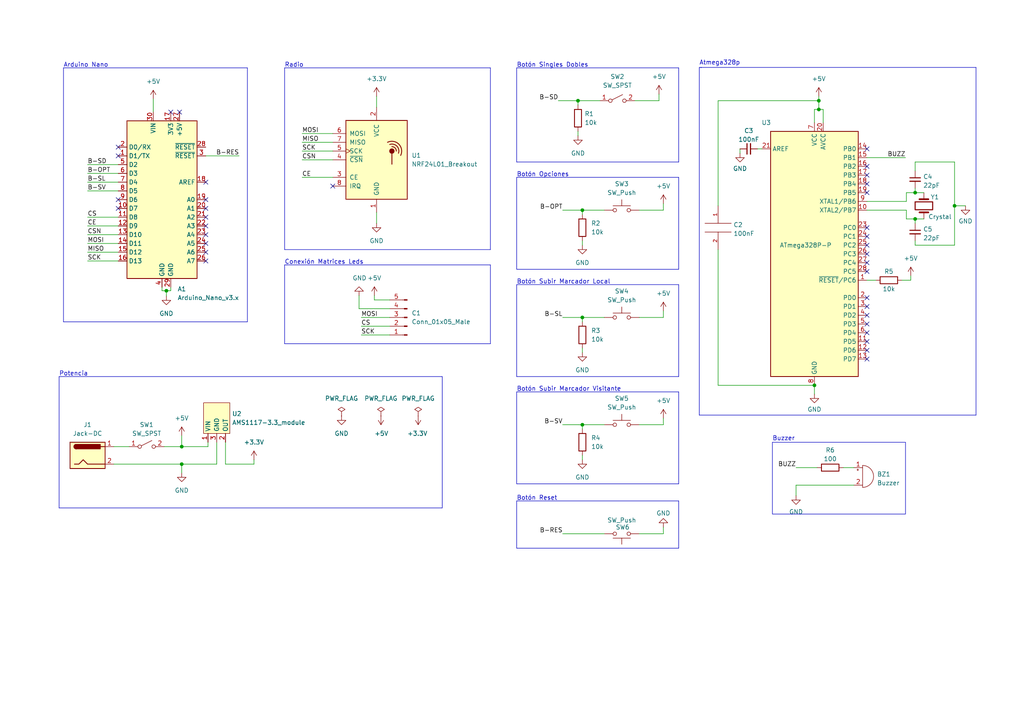
<source format=kicad_sch>
(kicad_sch (version 20230121) (generator eeschema)
  (paper "A4")
  (lib_symbols
    (symbol "Connector:Conn_01x05_Male" (pin_names (offset 1.016) hide)
      (property "Reference" "J" (at 0 7.62 0))
      (property "Value" "Conn_01x05_Male" (at 0 -7.62 0))
      (symbol "Conn_01x05_Male_1_1"
        (polyline (pts (xy 1.27 -5.08) (xy 0.8636 -5.08)) (stroke (width 0.1524)))
        (polyline (pts (xy 1.27 -2.54) (xy 0.8636 -2.54)) (stroke (width 0.1524)))
        (polyline (pts (xy 1.27 0) (xy 0.8636 0)) (stroke (width 0.1524)))
        (polyline (pts (xy 1.27 2.54) (xy 0.8636 2.54)) (stroke (width 0.1524)))
        (polyline (pts (xy 1.27 5.08) (xy 0.8636 5.08)) (stroke (width 0.1524)))
        (rectangle (start 0.8636 -4.953) (end 0 -5.207) (stroke (width 0.1524)) (fill (type outline)))
        (rectangle (start 0.8636 -2.413) (end 0 -2.667) (stroke (width 0.1524)) (fill (type outline)))
        (rectangle (start 0.8636 0.127) (end 0 -0.127) (stroke (width 0.1524)) (fill (type outline)))
        (rectangle (start 0.8636 2.667) (end 0 2.413) (stroke (width 0.1524)) (fill (type outline)))
        (rectangle (start 0.8636 5.207) (end 0 4.953) (stroke (width 0.1524)) (fill (type outline)))
        (pin passive line (at 5.08 5.08 180) (length 3.81) (name "Pin_1") (number "1"))
        (pin passive line (at 5.08 2.54 180) (length 3.81) (name "Pin_2") (number "2"))
        (pin passive line (at 5.08 0 180) (length 3.81) (name "Pin_3") (number "3"))
        (pin passive line (at 5.08 -2.54 180) (length 3.81) (name "Pin_4") (number "4"))
        (pin passive line (at 5.08 -5.08 180) (length 3.81) (name "Pin_5") (number "5"))
      )
    )
    (symbol "Connector:Jack-DC" (pin_names (offset 1.016))
      (property "Reference" "J" (at 0 5.334 0))
      (property "Value" "Jack-DC" (at 0 -5.08 0))
      (symbol "Jack-DC_0_1"
        (rectangle (start -5.08 3.81) (end 5.08 -3.81) (stroke (width 0.254)) (fill (type background)))
        (arc (start -3.302 3.175) (mid -3.9343 2.54) (end -3.302 1.905) (stroke (width 0.254)))
        (arc (start -3.302 3.175) (mid -3.9343 2.54) (end -3.302 1.905) (stroke (width 0.254)) (fill (type outline)))
        (polyline (pts (xy 5.08 2.54) (xy 3.81 2.54)) (stroke (width 0.254)))
        (polyline (pts (xy -3.81 -2.54) (xy -2.54 -2.54) (xy -1.27 -1.27) (xy 0 -2.54) (xy 2.54 -2.54) (xy 5.08 -2.54)) (stroke (width 0.254)))
        (rectangle (start 3.683 3.175) (end -3.302 1.905) (stroke (width 0.254)) (fill (type outline)))
      )
      (symbol "Jack-DC_1_1"
        (pin passive line (at 7.62 2.54 180) (length 2.54) (name "~") (number "1"))
        (pin passive line (at 7.62 -2.54 180) (length 2.54) (name "~") (number "2"))
      )
    )
    (symbol "Device:Buzzer" (pin_names (offset 0.0254) hide)
      (property "Reference" "BZ" (at 3.81 1.27 0))
      (property "Value" "Buzzer" (at 3.81 -1.27 0))
      (symbol "Buzzer_0_1"
        (arc (start 0 -3.175) (mid 3.1612 0) (end 0 3.175))
        (polyline (pts (xy -1.651 1.905) (xy -1.143 1.905)))
        (polyline (pts (xy -1.397 2.159) (xy -1.397 1.651)))
        (polyline (pts (xy 0 3.175) (xy 0 -3.175)))
      )
      (symbol "Buzzer_1_1"
        (pin passive line (at -2.54 2.54 0) (length 2.54) (name "-") (number "1"))
        (pin passive line (at -2.54 -2.54 0) (length 2.54) (name "+") (number "2"))
      )
    )
    (symbol "Device:C_Small" (pin_numbers hide) (pin_names (offset 0.254) hide)
      (property "Reference" "C" (at 0.254 1.778 0))
      (property "Value" "C_Small" (at 0.254 -2.032 0))
      (symbol "C_Small_0_1"
        (polyline (pts (xy -1.524 -0.508) (xy 1.524 -0.508)) (stroke (width 0.3302)))
        (polyline (pts (xy -1.524 0.508) (xy 1.524 0.508)) (stroke (width 0.3048)))
      )
      (symbol "C_Small_1_1"
        (pin passive line (at 0 2.54 270) (length 2.032) (name "~") (number "1"))
        (pin passive line (at 0 -2.54 90) (length 2.032) (name "~") (number "2"))
      )
    )
    (symbol "Device:Crystal" (pin_numbers hide) (pin_names (offset 1.016) hide)
      (property "Reference" "Y" (at 0 3.81 0))
      (property "Value" "Crystal" (at 0 -3.81 0))
      (symbol "Crystal_0_1"
        (rectangle (start -1.143 2.54) (end 1.143 -2.54) (stroke (width 0.3048)))
        (polyline (pts (xy -2.54 0) (xy -1.905 0)))
        (polyline (pts (xy -1.905 -1.27) (xy -1.905 1.27)) (stroke (width 0.508)))
        (polyline (pts (xy 1.905 -1.27) (xy 1.905 1.27)) (stroke (width 0.508)))
        (polyline (pts (xy 2.54 0) (xy 1.905 0)))
      )
      (symbol "Crystal_1_1"
        (pin passive line (at -3.81 0 0) (length 1.27) (name "1") (number "1"))
        (pin passive line (at 3.81 0 180) (length 1.27) (name "2") (number "2"))
      )
    )
    (symbol "Device:R" (pin_numbers hide) (pin_names (offset 0))
      (property "Reference" "R" (at 2.032 0 90))
      (property "Value" "R" (at 0 0 90))
      (symbol "R_0_1"
        (rectangle (start -1.016 -2.54) (end 1.016 2.54) (stroke (width 0.254)))
      )
      (symbol "R_1_1"
        (pin passive line (at 0 3.81 270) (length 1.27) (name "~") (number "1"))
        (pin passive line (at 0 -3.81 90) (length 1.27) (name "~") (number "2"))
      )
    )
    (symbol "Libreria_Marcador:AMS1117-3.3_module"
      (property "Reference" "U" (at 0 5.08 0))
      (property "Value" "AMS1117-3.3_module" (at 0 -6.35 0))
      (symbol "AMS1117-3.3_module_0_1"
        (rectangle (start -3.81 3.81) (end 5.08 -3.81) (fill (type background)))
      )
      (symbol "AMS1117-3.3_module_1_1"
        (pin input line (at -6.35 2.54 0) (length 2.54) (name "VIN") (number "1"))
        (pin bidirectional line (at -6.35 -2.54 0) (length 2.54) (name "OUT") (number "2"))
        (pin input line (at -6.35 0 0) (length 2.54) (name "GND") (number "3"))
      )
    )
    (symbol "MCU_Microchip_ATmega:ATmega328P-P"
      (property "Reference" "U" (at -12.7 36.83 0))
      (property "Value" "ATmega328P-P" (at 2.54 -36.83 0))
      (symbol "ATmega328P-P_0_1"
        (rectangle (start -12.7 -35.56) (end 12.7 35.56) (stroke (width 0.254)) (fill (type background)))
      )
      (symbol "ATmega328P-P_1_1"
        (pin bidirectional line (at 15.24 -7.62 180) (length 2.54) (name "~{RESET}/PC6") (number "1"))
        (pin bidirectional line (at 15.24 12.7 180) (length 2.54) (name "XTAL2/PB7") (number "10"))
        (pin bidirectional line (at 15.24 -25.4 180) (length 2.54) (name "PD5") (number "11"))
        (pin bidirectional line (at 15.24 -27.94 180) (length 2.54) (name "PD6") (number "12"))
        (pin bidirectional line (at 15.24 -30.48 180) (length 2.54) (name "PD7") (number "13"))
        (pin bidirectional line (at 15.24 30.48 180) (length 2.54) (name "PB0") (number "14"))
        (pin bidirectional line (at 15.24 27.94 180) (length 2.54) (name "PB1") (number "15"))
        (pin bidirectional line (at 15.24 25.4 180) (length 2.54) (name "PB2") (number "16"))
        (pin bidirectional line (at 15.24 22.86 180) (length 2.54) (name "PB3") (number "17"))
        (pin bidirectional line (at 15.24 20.32 180) (length 2.54) (name "PB4") (number "18"))
        (pin bidirectional line (at 15.24 17.78 180) (length 2.54) (name "PB5") (number "19"))
        (pin bidirectional line (at 15.24 -12.7 180) (length 2.54) (name "PD0") (number "2"))
        (pin power_in line (at 2.54 38.1 270) (length 2.54) (name "AVCC") (number "20"))
        (pin passive line (at -15.24 30.48 0) (length 2.54) (name "AREF") (number "21"))
        (pin passive line (at 0 -38.1 90) (length 2.54) hide (name "GND") (number "22"))
        (pin bidirectional line (at 15.24 7.62 180) (length 2.54) (name "PC0") (number "23"))
        (pin bidirectional line (at 15.24 5.08 180) (length 2.54) (name "PC1") (number "24"))
        (pin bidirectional line (at 15.24 2.54 180) (length 2.54) (name "PC2") (number "25"))
        (pin bidirectional line (at 15.24 0 180) (length 2.54) (name "PC3") (number "26"))
        (pin bidirectional line (at 15.24 -2.54 180) (length 2.54) (name "PC4") (number "27"))
        (pin bidirectional line (at 15.24 -5.08 180) (length 2.54) (name "PC5") (number "28"))
        (pin bidirectional line (at 15.24 -15.24 180) (length 2.54) (name "PD1") (number "3"))
        (pin bidirectional line (at 15.24 -17.78 180) (length 2.54) (name "PD2") (number "4"))
        (pin bidirectional line (at 15.24 -20.32 180) (length 2.54) (name "PD3") (number "5"))
        (pin bidirectional line (at 15.24 -22.86 180) (length 2.54) (name "PD4") (number "6"))
        (pin power_in line (at 0 38.1 270) (length 2.54) (name "VCC") (number "7"))
        (pin power_in line (at 0 -38.1 90) (length 2.54) (name "GND") (number "8"))
        (pin bidirectional line (at 15.24 15.24 180) (length 2.54) (name "XTAL1/PB6") (number "9"))
      )
    )
    (symbol "MCU_Module:Arduino_Nano_v3.x"
      (property "Reference" "A" (at -10.16 23.495 0))
      (property "Value" "Arduino_Nano_v3.x" (at 5.08 -24.13 0))
      (symbol "Arduino_Nano_v3.x_0_1"
        (rectangle (start -10.16 22.86) (end 10.16 -22.86) (stroke (width 0.254)) (fill (type background)))
      )
      (symbol "Arduino_Nano_v3.x_1_1"
        (pin bidirectional line (at -12.7 12.7 0) (length 2.54) (name "D1/TX") (number "1"))
        (pin bidirectional line (at -12.7 -2.54 0) (length 2.54) (name "D7") (number "10"))
        (pin bidirectional line (at -12.7 -5.08 0) (length 2.54) (name "D8") (number "11"))
        (pin bidirectional line (at -12.7 -7.62 0) (length 2.54) (name "D9") (number "12"))
        (pin bidirectional line (at -12.7 -10.16 0) (length 2.54) (name "D10") (number "13"))
        (pin bidirectional line (at -12.7 -12.7 0) (length 2.54) (name "D11") (number "14"))
        (pin bidirectional line (at -12.7 -15.24 0) (length 2.54) (name "D12") (number "15"))
        (pin bidirectional line (at -12.7 -17.78 0) (length 2.54) (name "D13") (number "16"))
        (pin power_out line (at 2.54 25.4 270) (length 2.54) (name "3V3") (number "17"))
        (pin input line (at 12.7 5.08 180) (length 2.54) (name "AREF") (number "18"))
        (pin bidirectional line (at 12.7 0 180) (length 2.54) (name "A0") (number "19"))
        (pin bidirectional line (at -12.7 15.24 0) (length 2.54) (name "D0/RX") (number "2"))
        (pin bidirectional line (at 12.7 -2.54 180) (length 2.54) (name "A1") (number "20"))
        (pin bidirectional line (at 12.7 -5.08 180) (length 2.54) (name "A2") (number "21"))
        (pin bidirectional line (at 12.7 -7.62 180) (length 2.54) (name "A3") (number "22"))
        (pin bidirectional line (at 12.7 -10.16 180) (length 2.54) (name "A4") (number "23"))
        (pin bidirectional line (at 12.7 -12.7 180) (length 2.54) (name "A5") (number "24"))
        (pin bidirectional line (at 12.7 -15.24 180) (length 2.54) (name "A6") (number "25"))
        (pin bidirectional line (at 12.7 -17.78 180) (length 2.54) (name "A7") (number "26"))
        (pin power_out line (at 5.08 25.4 270) (length 2.54) (name "+5V") (number "27"))
        (pin input line (at 12.7 15.24 180) (length 2.54) (name "~{RESET}") (number "28"))
        (pin power_in line (at 2.54 -25.4 90) (length 2.54) (name "GND") (number "29"))
        (pin input line (at 12.7 12.7 180) (length 2.54) (name "~{RESET}") (number "3"))
        (pin power_in line (at -2.54 25.4 270) (length 2.54) (name "VIN") (number "30"))
        (pin power_in line (at 0 -25.4 90) (length 2.54) (name "GND") (number "4"))
        (pin bidirectional line (at -12.7 10.16 0) (length 2.54) (name "D2") (number "5"))
        (pin bidirectional line (at -12.7 7.62 0) (length 2.54) (name "D3") (number "6"))
        (pin bidirectional line (at -12.7 5.08 0) (length 2.54) (name "D4") (number "7"))
        (pin bidirectional line (at -12.7 2.54 0) (length 2.54) (name "D5") (number "8"))
        (pin bidirectional line (at -12.7 0 0) (length 2.54) (name "D6") (number "9"))
      )
    )
    (symbol "RF:NRF24L01_Breakout" (pin_names (offset 1.016))
      (property "Reference" "U" (at -8.89 12.7 0))
      (property "Value" "NRF24L01_Breakout" (at 3.81 12.7 0))
      (symbol "NRF24L01_Breakout_0_1"
        (rectangle (start -8.89 11.43) (end 8.89 -11.43) (stroke (width 0.254)) (fill (type background)))
        (polyline (pts (xy 4.445 1.905) (xy 4.445 -1.27)) (stroke (width 0.254)))
        (circle (center 4.445 2.54) (radius 0.635) (stroke (width 0.254)) (fill (type outline)))
        (arc (start 5.715 2.54) (mid 5.3521 3.4546) (end 4.445 3.81) (stroke (width 0.254)))
        (arc (start 6.35 1.905) (mid 5.8763 3.9854) (end 3.81 4.445) (stroke (width 0.254)))
        (arc (start 6.985 1.27) (mid 6.453 4.548) (end 3.175 5.08) (stroke (width 0.254)))
      )
      (symbol "NRF24L01_Breakout_1_1"
        (pin power_in line (at 0 -15.24 90) (length 3.81) (name "GND") (number "1"))
        (pin power_in line (at 0 15.24 270) (length 3.81) (name "VCC") (number "2"))
        (pin input line (at -12.7 -5.08 0) (length 3.81) (name "CE") (number "3"))
        (pin input line (at -12.7 0 0) (length 3.81) (name "~{CSN}") (number "4"))
        (pin input clock (at -12.7 2.54 0) (length 3.81) (name "SCK") (number "5"))
        (pin input line (at -12.7 7.62 0) (length 3.81) (name "MOSI") (number "6"))
        (pin output line (at -12.7 5.08 0) (length 3.81) (name "MISO") (number "7"))
        (pin output line (at -12.7 -7.62 0) (length 3.81) (name "IRQ") (number "8"))
      )
    )
    (symbol "Switch:SW_Push" (pin_numbers hide) (pin_names (offset 1.016) hide)
      (property "Reference" "SW" (at 1.27 2.54 0))
      (property "Value" "SW_Push" (at 0 -1.524 0))
      (symbol "SW_Push_0_1"
        (circle (center -2.032 0) (radius 0.508))
        (polyline (pts (xy 0 1.27) (xy 0 3.048)))
        (polyline (pts (xy 2.54 1.27) (xy -2.54 1.27)))
        (circle (center 2.032 0) (radius 0.508))
        (pin passive line (at -5.08 0 0) (length 2.54) (name "1") (number "1"))
        (pin passive line (at 5.08 0 180) (length 2.54) (name "2") (number "2"))
      )
    )
    (symbol "Switch:SW_SPST" (pin_names (offset 0) hide)
      (property "Reference" "SW" (at 0 3.175 0))
      (property "Value" "SW_SPST" (at 0 -2.54 0))
      (symbol "SW_SPST_0_0"
        (circle (center -2.032 0) (radius 0.508))
        (polyline (pts (xy -1.524 0.254) (xy 1.524 1.778)))
        (circle (center 2.032 0) (radius 0.508))
      )
      (symbol "SW_SPST_1_1"
        (pin passive line (at -5.08 0 0) (length 2.54) (name "A") (number "1"))
        (pin passive line (at 5.08 0 180) (length 2.54) (name "B") (number "2"))
      )
    )
    (symbol "power:+3.3V" (power) (pin_names (offset 0))
      (property "Value" "+3.3V" (at 0 3.556 0))
      (symbol "+3.3V_0_1"
        (polyline (pts (xy -0.762 1.27) (xy 0 2.54)))
        (polyline (pts (xy 0 0) (xy 0 2.54)))
        (polyline (pts (xy 0 2.54) (xy 0.762 1.27)))
      )
      (symbol "+3.3V_1_1"
        (pin power_in line (at 0 0 90) (length 0) hide (name "+3.3V") (number "1"))
      )
    )
    (symbol "power:+5V" (power) (pin_names (offset 0))
      (property "Value" "+5V" (at 0 3.556 0))
      (symbol "+5V_0_1"
        (polyline (pts (xy -0.762 1.27) (xy 0 2.54)))
        (polyline (pts (xy 0 0) (xy 0 2.54)))
        (polyline (pts (xy 0 2.54) (xy 0.762 1.27)))
      )
      (symbol "+5V_1_1"
        (pin power_in line (at 0 0 90) (length 0) hide (name "+5V") (number "1"))
      )
    )
    (symbol "power:GND" (power) (pin_names (offset 0))
      (property "Value" "GND" (at 0 -3.81 0))
      (symbol "GND_0_1"
        (polyline (pts (xy 0 0) (xy 0 -1.27) (xy 1.27 -1.27) (xy 0 -2.54) (xy -1.27 -1.27) (xy 0 -1.27)))
      )
      (symbol "GND_1_1"
        (pin power_in line (at 0 0 270) (length 0) hide (name "GND") (number "1"))
      )
    )
    (symbol "power:PWR_FLAG" (power) (pin_numbers hide) (pin_names (offset 0) hide)
      (property "Value" "PWR_FLAG" (at 0 3.81 0))
      (symbol "PWR_FLAG_0_0"
        (pin power_out line (at 0 0 90) (length 0) (name "pwr") (number "1"))
      )
      (symbol "PWR_FLAG_0_1"
        (polyline (pts (xy 0 0) (xy 0 1.27) (xy -1.016 1.905) (xy 0 2.54) (xy 1.016 1.905) (xy 0 1.27)))
      )
    )
    (symbol "pspice:C" (pin_names (offset 0.254))
      (property "Reference" "C" (at 2.54 3.81 90))
      (property "Value" "C" (at 2.54 -3.81 90))
      (symbol "C_0_1"
        (polyline (pts (xy -3.81 -1.27) (xy 3.81 -1.27)))
        (polyline (pts (xy -3.81 1.27) (xy 3.81 1.27)))
      )
      (symbol "C_1_1"
        (pin passive line (at 0 6.35 270) (length 5.08) (name "~") (number "1"))
        (pin passive line (at 0 -6.35 90) (length 5.08) (name "~") (number "2"))
      )
    )
  )
  (junction (at 168.91 60.96))
  (junction (at 167.64 29.21))
  (junction (at 237.49 31.75))
  (junction (at 168.91 123.19))
  (junction (at 52.705 134.62))
  (junction (at 236.22 111.76))
  (junction (at 265.43 55.88))
  (junction (at 237.49 29.21))
  (junction (at 168.91 92.075))
  (junction (at 52.705 129.54))
  (junction (at 48.26 84.328))
  (junction (at 276.86 59.69))
  (junction (at 265.43 63.5))
  (no_connect (at 59.69 65.532))
  (no_connect (at 52.07 32.512))
  (no_connect (at 251.46 101.6))
  (no_connect (at 59.69 62.992))
  (no_connect (at 251.46 76.2))
  (no_connect (at 59.69 52.832))
  (no_connect (at 251.46 53.34))
  (no_connect (at 34.29 57.912))
  (no_connect (at 59.69 75.692))
  (no_connect (at 59.69 68.072))
  (no_connect (at 34.29 45.212))
  (no_connect (at 251.46 88.9))
  (no_connect (at 251.46 78.74))
  (no_connect (at 251.46 73.66))
  (no_connect (at 251.46 50.8))
  (no_connect (at 34.29 60.452))
  (no_connect (at 251.46 99.06))
  (no_connect (at 251.46 43.18))
  (no_connect (at 251.46 91.44))
  (no_connect (at 59.69 60.452))
  (no_connect (at 251.46 86.36))
  (no_connect (at 251.46 71.12))
  (no_connect (at 251.46 48.26))
  (no_connect (at 251.46 93.98))
  (no_connect (at 34.29 42.672))
  (no_connect (at 251.46 66.04))
  (no_connect (at 59.69 70.612))
  (no_connect (at 49.53 32.512))
  (no_connect (at 251.46 68.58))
  (no_connect (at 251.46 96.52))
  (no_connect (at 96.52 53.975))
  (no_connect (at 59.69 73.152))
  (no_connect (at 251.46 55.88))
  (no_connect (at 59.69 57.912))
  (no_connect (at 251.46 104.14))
  (polyline (pts (xy 83.185 76.835) (xy 142.24 76.835)))
  (wire (pts (xy 264.16 81.28) (xy 264.16 80.01)))
  (wire (pts (xy 238.76 31.75) (xy 238.76 35.56)))
  (wire (pts (xy 48.26 84.328) (xy 48.26 85.852)))
  (polyline (pts (xy 196.85 82.55) (xy 196.85 109.22)))
  (wire (pts (xy 265.43 71.12) (xy 276.86 71.12)))
  (wire (pts (xy 87.63 46.355) (xy 96.52 46.355)))
  (polyline (pts (xy 283.083 120.396) (xy 202.819 120.396)))
  (wire (pts (xy 25.4 52.832) (xy 34.29 52.832)))
  (polyline (pts (xy 82.55 19.685) (xy 82.55 72.39)))
  (wire (pts (xy 52.705 134.62) (xy 62.865 134.62)))
  (wire (pts (xy 46.99 83.312) (xy 46.99 84.328)))
  (wire (pts (xy 262.89 55.88) (xy 265.43 55.88)))
  (wire (pts (xy 25.4 62.992) (xy 34.29 62.992)))
  (wire (pts (xy 192.405 92.075) (xy 192.405 90.17)))
  (wire (pts (xy 262.89 58.42) (xy 262.89 55.88)))
  (wire (pts (xy 87.63 41.275) (xy 96.52 41.275)))
  (wire (pts (xy 168.91 69.85) (xy 168.91 71.12)))
  (wire (pts (xy 167.64 29.21) (xy 173.99 29.21)))
  (wire (pts (xy 167.64 29.21) (xy 167.64 30.48)))
  (wire (pts (xy 168.91 123.19) (xy 175.26 123.19)))
  (wire (pts (xy 251.46 45.72) (xy 262.636 45.72)))
  (wire (pts (xy 104.14 89.535) (xy 113.03 89.535)))
  (wire (pts (xy 208.28 29.21) (xy 237.49 29.21)))
  (wire (pts (xy 236.22 111.76) (xy 236.22 114.3)))
  (polyline (pts (xy 149.86 82.55) (xy 149.86 109.22)))
  (wire (pts (xy 265.43 49.53) (xy 265.43 46.99)))
  (wire (pts (xy 262.89 63.5) (xy 265.43 63.5)))
  (wire (pts (xy 265.43 69.85) (xy 265.43 71.12)))
  (wire (pts (xy 265.43 54.61) (xy 265.43 55.88)))
  (wire (pts (xy 244.602 135.636) (xy 247.65 135.636)))
  (wire (pts (xy 237.49 27.94) (xy 237.49 29.21)))
  (polyline (pts (xy 196.85 140.335) (xy 149.86 140.335)))
  (wire (pts (xy 60.325 129.54) (xy 60.325 128.27)))
  (wire (pts (xy 276.86 59.69) (xy 280.035 59.69)))
  (wire (pts (xy 185.42 154.813) (xy 192.405 154.813)))
  (wire (pts (xy 25.4 55.372) (xy 34.29 55.372)))
  (wire (pts (xy 185.42 60.96) (xy 192.405 60.96)))
  (wire (pts (xy 276.86 46.99) (xy 276.86 59.69)))
  (polyline (pts (xy 82.55 19.685) (xy 142.24 19.685)))
  (polyline (pts (xy 202.819 120.396) (xy 202.819 19.558)))
  (wire (pts (xy 104.775 94.615) (xy 113.03 94.615)))
  (wire (pts (xy 69.342 45.212) (xy 59.69 45.212)))
  (polyline (pts (xy 196.85 145.288) (xy 196.85 159.004)))
  (wire (pts (xy 163.195 92.075) (xy 168.91 92.075)))
  (wire (pts (xy 33.02 134.62) (xy 52.705 134.62)))
  (polyline (pts (xy 149.86 19.685) (xy 196.85 19.685)))
  (polyline (pts (xy 203.2 19.558) (xy 283.083 19.558)))
  (wire (pts (xy 113.03 86.995) (xy 108.585 86.995)))
  (wire (pts (xy 168.91 60.96) (xy 168.91 62.23)))
  (wire (pts (xy 168.91 60.96) (xy 175.26 60.96)))
  (wire (pts (xy 208.28 59.69) (xy 208.28 29.21)))
  (wire (pts (xy 192.405 154.813) (xy 192.405 152.908)))
  (wire (pts (xy 65.405 128.27) (xy 65.405 134.62)))
  (polyline (pts (xy 149.86 19.685) (xy 149.86 46.99)))
  (polyline (pts (xy 196.85 46.99) (xy 149.86 46.99)))
  (wire (pts (xy 168.91 100.965) (xy 168.91 102.235)))
  (wire (pts (xy 163.195 154.813) (xy 175.26 154.813)))
  (wire (pts (xy 163.195 60.96) (xy 168.91 60.96)))
  (polyline (pts (xy 149.86 113.665) (xy 196.85 113.665)))
  (wire (pts (xy 265.43 55.88) (xy 267.97 55.88)))
  (polyline (pts (xy 149.86 145.288) (xy 196.85 145.288)))
  (polyline (pts (xy 196.85 19.685) (xy 196.85 46.99)))
  (polyline (pts (xy 142.24 19.685) (xy 142.24 72.39)))
  (wire (pts (xy 167.64 38.1) (xy 167.64 39.37)))
  (wire (pts (xy 251.46 58.42) (xy 262.89 58.42)))
  (wire (pts (xy 46.99 84.328) (xy 48.26 84.328)))
  (wire (pts (xy 237.49 31.75) (xy 238.76 31.75)))
  (wire (pts (xy 163.195 123.19) (xy 168.91 123.19)))
  (wire (pts (xy 214.63 43.18) (xy 214.63 44.45)))
  (wire (pts (xy 108.585 86.995) (xy 108.585 85.725)))
  (wire (pts (xy 237.49 29.21) (xy 237.49 31.75)))
  (wire (pts (xy 247.65 140.716) (xy 230.886 140.716)))
  (wire (pts (xy 25.4 68.072) (xy 34.29 68.072)))
  (wire (pts (xy 25.4 75.692) (xy 34.29 75.692)))
  (polyline (pts (xy 71.755 19.685) (xy 71.755 93.345)))
  (polyline (pts (xy 128.27 109.22) (xy 128.27 147.32)))
  (wire (pts (xy 25.4 50.292) (xy 34.29 50.292)))
  (wire (pts (xy 25.4 65.532) (xy 34.29 65.532)))
  (wire (pts (xy 230.886 135.636) (xy 236.982 135.636)))
  (wire (pts (xy 25.4 70.612) (xy 34.29 70.612)))
  (wire (pts (xy 261.62 81.28) (xy 264.16 81.28)))
  (wire (pts (xy 192.405 60.96) (xy 192.405 59.055)))
  (wire (pts (xy 47.625 129.54) (xy 52.705 129.54)))
  (polyline (pts (xy 149.86 82.55) (xy 196.85 82.55)))
  (polyline (pts (xy 149.86 51.435) (xy 196.85 51.435)))
  (polyline (pts (xy 149.86 145.288) (xy 149.86 159.004)))
  (polyline (pts (xy 149.86 113.665) (xy 149.86 140.335)))
  (wire (pts (xy 230.886 140.716) (xy 230.886 143.764)))
  (wire (pts (xy 49.53 84.328) (xy 49.53 83.312)))
  (wire (pts (xy 262.89 60.96) (xy 262.89 63.5)))
  (wire (pts (xy 185.42 123.19) (xy 192.405 123.19)))
  (wire (pts (xy 52.705 134.62) (xy 52.705 137.16)))
  (wire (pts (xy 109.22 61.595) (xy 109.22 64.77)))
  (wire (pts (xy 265.43 63.5) (xy 267.97 63.5)))
  (polyline (pts (xy 18.415 93.345) (xy 71.755 93.345)))
  (polyline (pts (xy 82.55 76.835) (xy 83.185 76.835)))
  (wire (pts (xy 87.63 51.435) (xy 96.52 51.435)))
  (wire (pts (xy 208.28 111.76) (xy 208.28 72.39)))
  (polyline (pts (xy 128.27 147.32) (xy 17.145 147.32)))
  (polyline (pts (xy 71.755 19.685) (xy 18.415 19.685)))
  (wire (pts (xy 73.66 133.35) (xy 73.66 134.62)))
  (polyline (pts (xy 283.083 19.558) (xy 283.083 120.396)))
  (wire (pts (xy 48.26 84.328) (xy 49.53 84.328)))
  (polyline (pts (xy 82.55 99.695) (xy 82.55 76.835)))
  (wire (pts (xy 265.43 46.99) (xy 276.86 46.99)))
  (wire (pts (xy 251.46 60.96) (xy 262.89 60.96)))
  (polyline (pts (xy 17.145 109.22) (xy 17.145 147.32)))
  (polyline (pts (xy 18.415 19.685) (xy 18.415 93.345)))
  (wire (pts (xy 87.63 43.815) (xy 96.52 43.815)))
  (wire (pts (xy 168.91 123.19) (xy 168.91 124.46)))
  (wire (pts (xy 161.925 29.21) (xy 167.64 29.21)))
  (wire (pts (xy 191.135 29.21) (xy 191.135 27.305)))
  (wire (pts (xy 33.02 129.54) (xy 37.465 129.54)))
  (wire (pts (xy 104.775 92.075) (xy 113.03 92.075)))
  (wire (pts (xy 52.705 126.365) (xy 52.705 129.54)))
  (wire (pts (xy 65.405 134.62) (xy 73.66 134.62)))
  (wire (pts (xy 185.42 92.075) (xy 192.405 92.075)))
  (wire (pts (xy 52.705 129.54) (xy 60.325 129.54)))
  (wire (pts (xy 62.865 128.27) (xy 62.865 134.62)))
  (polyline (pts (xy 196.85 78.105) (xy 149.86 78.105)))
  (wire (pts (xy 236.22 111.76) (xy 208.28 111.76)))
  (wire (pts (xy 109.22 27.94) (xy 109.22 31.115)))
  (polyline (pts (xy 196.85 159.004) (xy 149.86 159.004)))
  (wire (pts (xy 219.71 43.18) (xy 220.98 43.18)))
  (wire (pts (xy 168.91 92.075) (xy 168.91 93.345)))
  (wire (pts (xy 236.22 31.75) (xy 236.22 35.56)))
  (polyline (pts (xy 196.85 113.665) (xy 196.85 140.335)))
  (polyline (pts (xy 17.145 109.22) (xy 128.27 109.22)))
  (polyline (pts (xy 196.85 51.435) (xy 196.85 78.105)))
  (wire (pts (xy 87.63 38.735) (xy 96.52 38.735)))
  (polyline (pts (xy 202.819 19.558) (xy 203.454 19.558)))
  (wire (pts (xy 104.14 89.535) (xy 104.14 85.725)))
  (wire (pts (xy 168.91 132.08) (xy 168.91 133.35)))
  (wire (pts (xy 44.45 28.702) (xy 44.45 32.512)))
  (wire (pts (xy 25.4 73.152) (xy 34.29 73.152)))
  (polyline (pts (xy 149.86 51.435) (xy 149.86 78.105)))
  (polyline (pts (xy 142.24 99.695) (xy 82.55 99.695)))
  (wire (pts (xy 25.4 47.752) (xy 34.29 47.752)))
  (wire (pts (xy 104.775 97.155) (xy 113.03 97.155)))
  (wire (pts (xy 192.405 123.19) (xy 192.405 121.285)))
  (wire (pts (xy 184.15 29.21) (xy 191.135 29.21)))
  (wire (pts (xy 276.86 71.12) (xy 276.86 59.69)))
  (polyline (pts (xy 196.85 109.22) (xy 149.86 109.22)))
  (polyline (pts (xy 142.24 76.835) (xy 142.24 99.695)))
  (wire (pts (xy 265.43 63.5) (xy 265.43 64.77)))
  (polyline (pts (xy 142.24 72.39) (xy 82.55 72.39)))
  (wire (pts (xy 251.46 81.28) (xy 254 81.28)))
  (wire (pts (xy 168.91 92.075) (xy 175.26 92.075)))
  (wire (pts (xy 237.49 31.75) (xy 236.22 31.75)))
  (rectangle (start 224.028 128.27) (end 262.636 149.098))
  (text "Radio" (at 82.55 19.685 0) (effects (font (size 1.27 1.27)) (justify left bottom)))
  (text "Conexión Matrices Leds" (at 82.55 76.835 0) (effects (font (size 1.27 1.27)) (justify left bottom)))
  (text "Buzzer" (at 224.028 128.016 0) (effects (font (size 1.27 1.27)) (justify left bottom)))
  (text "Botón Subir Marcador Local" (at 149.86 82.55 0) (effects (font (size 1.27 1.27)) (justify left bottom)))
  (text "Botón Opciones" (at 149.86 51.435 0) (effects (font (size 1.27 1.27)) (justify left bottom)))
  (text "Botón Subir Marcador Visitante" (at 149.86 113.665 0) (effects (font (size 1.27 1.27)) (justify left bottom)))
  (text "Atmega328p" (at 202.819 19.05 0) (effects (font (size 1.27 1.27)) (justify left bottom)))
  (text "Potencia" (at 17.145 109.22 0) (effects (font (size 1.27 1.27)) (justify left bottom)))
  (text "Arduino Nano" (at 18.415 19.685 0) (effects (font (size 1.27 1.27)) (justify left bottom)))
  (text "Botón Reset" (at 149.86 145.288 0) (effects (font (size 1.27 1.27)) (justify left bottom)))
  (text "Botón Singles Dobles" (at 149.86 19.685 0) (effects (font (size 1.27 1.27)) (justify left bottom)))
  (label "MOSI" (at 25.4 70.612 0))
  (label "CSN" (at 25.4 68.072 0))
  (label "MISO" (at 87.63 41.275 0))
  (label "CE" (at 87.63 51.435 0))
  (label "MOSI" (at 87.63 38.735 0))
  (label "CS " (at 25.4 62.992 0))
  (label "SCK" (at 87.63 43.815 0))
  (label "B-SL" (at 25.4 52.832 0))
  (label "B-RES" (at 69.342 45.212 180))
  (label "B-OPT" (at 163.195 60.96 180))
  (label "BUZZ" (at 230.886 135.636 180))
  (label "B-SV" (at 25.4 55.372 0))
  (label "B-SL" (at 163.195 92.075 180))
  (label "B-SV" (at 163.195 123.19 180))
  (label "B-SD" (at 161.925 29.21 180))
  (label "SCK" (at 25.4 75.692 0))
  (label "SCK" (at 104.775 97.155 0))
  (label "CSN" (at 87.63 46.355 0))
  (label "BUZZ" (at 262.636 45.72 180))
  (label "CS " (at 104.775 94.615 0))
  (label "B-RES" (at 163.195 154.813 180))
  (label "MOSI" (at 104.775 92.075 0))
  (label "B-OPT" (at 25.4 50.292 0))
  (label "MISO" (at 25.4 73.152 0))
  (label "CE" (at 25.4 65.532 0))
  (label "B-SD" (at 25.4 47.752 0))
  (symbol (lib_id "Switch:SW_SPST") (at 179.07 29.21 0) (unit 1)
    (property "Reference" "SW2" (at 179.07 22.225 0))
    (property "Value" "SW_SPST" (at 179.07 24.765 0))
    (property "Footprint" "TerminalBlock_Phoenix:TerminalBlock_Phoenix_MKDS-1,5-2_1x02_P5.00mm_Horizontal" (effects hide))
  )
  (symbol (lib_id "Connector:Conn_01x05_Male") (at 118.11 92.075 180) (unit 1)
    (property "Reference" "C1" (at 119.38 90.8049 0) (effects (justify right)))
    (property "Value" "Conn_01x05_Male" (at 119.38 93.3449 0) (effects (justify right)))
    (property "Footprint" "Connector_PinHeader_2.54mm:PinHeader_1x05_P2.54mm_Vertical" (effects hide))
  )
  (symbol (lib_id "power:GND") (at 48.26 85.852 0) (unit 1)
    (property "Reference" "#PWR0119" (effects hide))
    (property "Value" "GND" (at 48.26 90.932 0))
  )
  (symbol (lib_id "power:GND") (at 167.64 39.37 0) (unit 1)
    (property "Reference" "#PWR0111" (effects hide))
    (property "Value" "GND" (at 167.64 44.45 0))
  )
  (symbol (lib_id "Switch:SW_Push") (at 180.34 60.96 0) (unit 1)
    (property "Reference" "SW3" (at 180.34 53.34 0))
    (property "Value" "SW_Push" (at 180.34 55.88 0))
    (property "Footprint" "TerminalBlock_Phoenix:TerminalBlock_Phoenix_MKDS-1,5-2_1x02_P5.00mm_Horizontal" (effects hide))
  )
  (symbol (lib_id "Libreria_Marcador:AMS1117-3.3_module") (at 62.865 121.92 90) (unit 1)
    (property "Reference" "U2" (at 67.31 120.0149 90) (effects (justify right)))
    (property "Value" "AMS1117-3.3_module" (at 67.31 122.5549 90) (effects (justify right)))
    (property "Footprint" "Scoreboard:AMS1117" (effects hide))
  )
  (symbol (lib_id "Device:R") (at 257.81 81.28 90) (unit 1)
    (property "Reference" "R5" (at 257.81 78.74 90))
    (property "Value" "10k" (at 257.81 83.82 90))
    (property "Footprint" "Resistor_THT:R_Axial_DIN0207_L6.3mm_D2.5mm_P7.62mm_Horizontal" (effects hide))
  )
  (symbol (lib_id "Device:R") (at 240.792 135.636 90) (unit 1)
    (property "Reference" "R6" (at 240.792 130.556 90))
    (property "Value" "100" (at 240.792 133.096 90))
    (property "Footprint" "Resistor_THT:R_Axial_DIN0207_L6.3mm_D2.5mm_P7.62mm_Horizontal" (effects hide))
  )
  (symbol (lib_id "Switch:SW_Push") (at 180.34 92.075 0) (unit 1)
    (property "Reference" "SW4" (at 180.34 84.455 0))
    (property "Value" "SW_Push" (at 180.34 86.995 0))
    (property "Footprint" "TerminalBlock_Phoenix:TerminalBlock_Phoenix_MKDS-1,5-2_1x02_P5.00mm_Horizontal" (effects hide))
  )
  (symbol (lib_id "power:+5V") (at 108.585 85.725 0) (unit 1)
    (property "Reference" "#PWR0101" (effects hide))
    (property "Value" "+5V" (at 108.585 80.645 0))
  )
  (symbol (lib_id "power:GND") (at 52.705 137.16 0) (unit 1)
    (property "Reference" "#PWR0105" (effects hide))
    (property "Value" "GND" (at 52.705 142.24 0))
  )
  (symbol (lib_id "power:GND") (at 192.405 152.908 180) (unit 1)
    (property "Reference" "#PWR06" (effects hide))
    (property "Value" "GND" (at 192.405 148.844 0))
  )
  (symbol (lib_id "power:+5V") (at 237.49 27.94 0) (unit 1)
    (property "Reference" "#PWR03" (effects hide))
    (property "Value" "+5V" (at 237.49 22.86 0))
  )
  (symbol (lib_id "power:GND") (at 280.035 59.69 0) (unit 1)
    (property "Reference" "#PWR05" (effects hide))
    (property "Value" "GND" (at 280.035 64.1334 0))
  )
  (symbol (lib_id "Connector:Jack-DC") (at 25.4 132.08 0) (unit 1)
    (property "Reference" "J1" (at 25.4 123.19 0))
    (property "Value" "Jack-DC" (at 25.4 125.73 0))
    (property "Footprint" "Connector_BarrelJack:BarrelJack_Horizontal" (effects hide))
  )
  (symbol (lib_id "pspice:C") (at 208.28 66.04 0) (unit 1)
    (property "Reference" "C2" (at 212.725 65.2053 0) (effects (justify left)))
    (property "Value" "100nF" (at 212.725 67.7422 0) (effects (justify left)))
    (property "Footprint" "Capacitor_THT:C_Disc_D3.8mm_W2.6mm_P2.50mm" (effects hide))
  )
  (symbol (lib_id "Switch:SW_Push") (at 180.34 154.813 180) (unit 1)
    (property "Reference" "SW6" (at 180.594 152.908 0))
    (property "Value" "SW_Push" (at 180.34 150.876 0))
    (property "Footprint" "TerminalBlock_Phoenix:TerminalBlock_Phoenix_MKDS-1,5-2_1x02_P5.00mm_Horizontal" (effects hide))
  )
  (symbol (lib_id "power:PWR_FLAG") (at 110.49 120.65 0) (unit 1)
    (property "Reference" "#FLG0101" (effects hide))
    (property "Value" "PWR_FLAG" (at 110.49 115.57 0))
  )
  (symbol (lib_id "Device:R") (at 168.91 97.155 0) (unit 1)
    (property "Reference" "R3" (at 171.45 95.8849 0) (effects (justify left)))
    (property "Value" "10k" (at 171.45 98.4249 0) (effects (justify left)))
    (property "Footprint" "Resistor_THT:R_Axial_DIN0207_L6.3mm_D2.5mm_P7.62mm_Horizontal" (effects hide))
  )
  (symbol (lib_id "power:+5V") (at 110.49 120.65 180) (unit 1)
    (property "Reference" "#PWR0109" (effects hide))
    (property "Value" "+5V" (at 108.585 125.73 0) (effects (justify right)))
  )
  (symbol (lib_id "power:PWR_FLAG") (at 99.06 120.65 0) (unit 1)
    (property "Reference" "#FLG0102" (effects hide))
    (property "Value" "PWR_FLAG" (at 99.06 115.57 0))
  )
  (symbol (lib_id "Device:R") (at 168.91 128.27 0) (unit 1)
    (property "Reference" "R4" (at 171.45 126.9999 0) (effects (justify left)))
    (property "Value" "10k" (at 171.45 129.5399 0) (effects (justify left)))
    (property "Footprint" "Resistor_THT:R_Axial_DIN0207_L6.3mm_D2.5mm_P7.62mm_Horizontal" (effects hide))
  )
  (symbol (lib_id "Device:Crystal") (at 267.97 59.69 90) (unit 1)
    (property "Reference" "Y1" (at 269.875 57.15 90) (effects (justify right)))
    (property "Value" "Crystal" (at 269.24 62.865 90) (effects (justify right)))
    (property "Footprint" "Crystal:Resonator-2Pin_W8.0mm_H3.5mm" (effects hide))
  )
  (symbol (lib_id "power:+5V") (at 192.405 59.055 0) (unit 1)
    (property "Reference" "#PWR0113" (effects hide))
    (property "Value" "+5V" (at 192.405 53.975 0))
  )
  (symbol (lib_id "power:GND") (at 236.22 114.3 0) (unit 1)
    (property "Reference" "#PWR02" (effects hide))
    (property "Value" "GND" (at 236.22 118.7434 0))
  )
  (symbol (lib_id "power:+5V") (at 52.705 126.365 0) (unit 1)
    (property "Reference" "#PWR0106" (effects hide))
    (property "Value" "+5V" (at 52.705 121.285 0))
  )
  (symbol (lib_id "power:GND") (at 230.886 143.764 0) (unit 1)
    (property "Reference" "#PWR07" (effects hide))
    (property "Value" "GND" (at 230.886 148.463 0))
  )
  (symbol (lib_id "Switch:SW_SPST") (at 42.545 129.54 0) (unit 1)
    (property "Reference" "SW1" (at 42.545 123.19 0))
    (property "Value" "SW_SPST" (at 42.545 125.73 0))
    (property "Footprint" "TerminalBlock_Phoenix:TerminalBlock_Phoenix_MKDS-1,5-2_1x02_P5.00mm_Horizontal" (effects hide))
  )
  (symbol (lib_id "power:+5V") (at 192.405 121.285 0) (unit 1)
    (property "Reference" "#PWR0118" (effects hide))
    (property "Value" "+5V" (at 192.405 116.205 0))
  )
  (symbol (lib_id "Device:Buzzer") (at 250.19 138.176 0) (unit 1)
    (property "Reference" "BZ1" (at 254.381 137.541 0) (effects (justify left)))
    (property "Value" "Buzzer" (at 254.381 140.081 0) (effects (justify left)))
    (property "Footprint" "TerminalBlock_Phoenix:TerminalBlock_Phoenix_MKDS-1,5-2_1x02_P5.00mm_Horizontal" (effects hide))
  )
  (symbol (lib_id "power:+3.3V") (at 121.285 120.65 180) (unit 1)
    (property "Reference" "#PWR0110" (effects hide))
    (property "Value" "+3.3V" (at 118.11 125.73 0) (effects (justify right)))
  )
  (symbol (lib_id "power:+5V") (at 192.405 90.17 0) (unit 1)
    (property "Reference" "#PWR0115" (effects hide))
    (property "Value" "+5V" (at 192.405 85.09 0))
  )
  (symbol (lib_id "power:+5V") (at 44.45 28.702 0) (unit 1)
    (property "Reference" "#PWR0120" (effects hide))
    (property "Value" "+5V" (at 44.45 23.622 0))
  )
  (symbol (lib_id "power:+3.3V") (at 109.22 27.94 0) (unit 1)
    (property "Reference" "#PWR0104" (effects hide))
    (property "Value" "+3.3V" (at 109.22 22.86 0))
  )
  (symbol (lib_id "power:+5V") (at 264.16 80.01 0) (unit 1)
    (property "Reference" "#PWR04" (effects hide))
    (property "Value" "+5V" (at 264.16 74.93 0))
  )
  (symbol (lib_id "Device:C_Small") (at 265.43 67.31 0) (unit 1)
    (property "Reference" "C5" (at 267.7541 66.4816 0) (effects (justify left)))
    (property "Value" "22pF" (at 267.7541 69.0185 0) (effects (justify left)))
    (property "Footprint" "Capacitor_SMD:C_1206_3216Metric_Pad1.33x1.80mm_HandSolder" (effects hide))
  )
  (symbol (lib_id "power:GND") (at 168.91 102.235 0) (unit 1)
    (property "Reference" "#PWR0116" (effects hide))
    (property "Value" "GND" (at 168.91 107.315 0))
  )
  (symbol (lib_id "RF:NRF24L01_Breakout") (at 109.22 46.355 0) (unit 1)
    (property "Reference" "U1" (at 119.38 45.0849 0) (effects (justify left)))
    (property "Value" "NRF24L01_Breakout" (at 119.38 47.6249 0) (effects (justify left)))
    (property "Footprint" "Scoreboard:NRF24L01" (effects hide))
    (property "Datasheet" "http://www.nordicsemi.com/eng/content/download/2730/34105/file/nRF24L01_Product_Specification_v2_0.pdf" (effects hide))
  )
  (symbol (lib_id "Device:R") (at 167.64 34.29 0) (unit 1)
    (property "Reference" "R1" (at 169.545 33.0199 0) (effects (justify left)))
    (property "Value" "10k" (at 169.545 35.5599 0) (effects (justify left)))
    (property "Footprint" "Resistor_THT:R_Axial_DIN0207_L6.3mm_D2.5mm_P7.62mm_Horizontal" (effects hide))
  )
  (symbol (lib_id "power:GND") (at 214.63 44.45 0) (unit 1)
    (property "Reference" "#PWR01" (effects hide))
    (property "Value" "GND" (at 214.63 48.8934 0))
  )
  (symbol (lib_id "power:GND") (at 99.06 120.65 0) (unit 1)
    (property "Reference" "#PWR0108" (effects hide))
    (property "Value" "GND" (at 99.06 125.73 0))
  )
  (symbol (lib_id "MCU_Microchip_ATmega:ATmega328P-P") (at 236.22 73.66 0) (unit 1)
    (property "Reference" "U3" (at 222.25 35.56 0))
    (property "Value" "ATmega328P-P" (at 233.68 71.12 0))
    (property "Footprint" "Package_DIP:DIP-28_W7.62mm" (effects hide))
    (property "Datasheet" "http://ww1.microchip.com/downloads/en/DeviceDoc/ATmega328_P%20AVR%20MCU%20with%20picoPower%20Technology%20Data%20Sheet%2040001984A.pdf" (effects hide))
  )
  (symbol (lib_id "power:GND") (at 109.22 64.77 0) (unit 1)
    (property "Reference" "#PWR0103" (effects hide))
    (property "Value" "GND" (at 109.22 69.85 0))
  )
  (symbol (lib_id "power:PWR_FLAG") (at 121.285 120.65 0) (unit 1)
    (property "Reference" "#FLG0103" (effects hide))
    (property "Value" "PWR_FLAG" (at 121.285 115.57 0))
  )
  (symbol (lib_id "power:GND") (at 168.91 71.12 0) (unit 1)
    (property "Reference" "#PWR0114" (effects hide))
    (property "Value" "GND" (at 168.91 76.2 0))
  )
  (symbol (lib_id "Device:R") (at 168.91 66.04 0) (unit 1)
    (property "Reference" "R2" (at 171.45 64.7699 0) (effects (justify left)))
    (property "Value" "10k" (at 171.45 67.3099 0) (effects (justify left)))
    (property "Footprint" "Resistor_THT:R_Axial_DIN0207_L6.3mm_D2.5mm_P7.62mm_Horizontal" (effects hide))
  )
  (symbol (lib_id "power:+3.3V") (at 73.66 133.35 0) (unit 1)
    (property "Reference" "#PWR0107" (effects hide))
    (property "Value" "+3.3V" (at 73.66 128.27 0))
  )
  (symbol (lib_id "MCU_Module:Arduino_Nano_v3.x") (at 46.99 57.912 0) (unit 1)
    (property "Reference" "A1" (at 51.4859 83.82 0) (effects (justify left)))
    (property "Value" "Arduino_Nano_v3.x" (at 51.4859 86.36 0) (effects (justify left)))
    (property "Footprint" "Module:Arduino_Nano" (effects hide))
    (property "Datasheet" "http://www.mouser.com/pdfdocs/Gravitech_Arduino_Nano3_0.pdf" (effects hide))
  )
  (symbol (lib_id "power:GND") (at 104.14 85.725 180) (unit 1)
    (property "Reference" "#PWR0102" (effects hide))
    (property "Value" "GND" (at 102.235 80.645 0) (effects (justify right)))
  )
  (symbol (lib_id "Device:C_Small") (at 265.43 52.07 0) (unit 1)
    (property "Reference" "C4" (at 267.7541 51.2416 0) (effects (justify left)))
    (property "Value" "22pF" (at 267.7541 53.7785 0) (effects (justify left)))
    (property "Footprint" "Capacitor_SMD:C_1206_3216Metric_Pad1.33x1.80mm_HandSolder" (effects hide))
  )
  (symbol (lib_id "power:GND") (at 168.91 133.35 0) (unit 1)
    (property "Reference" "#PWR0117" (effects hide))
    (property "Value" "GND" (at 168.91 138.43 0))
  )
  (symbol (lib_id "Switch:SW_Push") (at 180.34 123.19 0) (unit 1)
    (property "Reference" "SW5" (at 180.34 115.57 0))
    (property "Value" "SW_Push" (at 180.34 118.11 0))
    (property "Footprint" "TerminalBlock_Phoenix:TerminalBlock_Phoenix_MKDS-1,5-2_1x02_P5.00mm_Horizontal" (effects hide))
  )
  (symbol (lib_id "Device:C_Small") (at 217.17 43.18 90) (unit 1)
    (property "Reference" "C3" (at 217.1763 37.9181 90))
    (property "Value" "100nF" (at 217.1763 40.455 90))
    (property "Footprint" "Capacitor_THT:C_Disc_D3.8mm_W2.6mm_P2.50mm" (effects hide))
  )
  (symbol (lib_id "power:+5V") (at 191.135 27.305 0) (unit 1)
    (property "Reference" "#PWR0112" (effects hide))
    (property "Value" "+5V" (at 191.135 22.225 0))
  )
)
</source>
